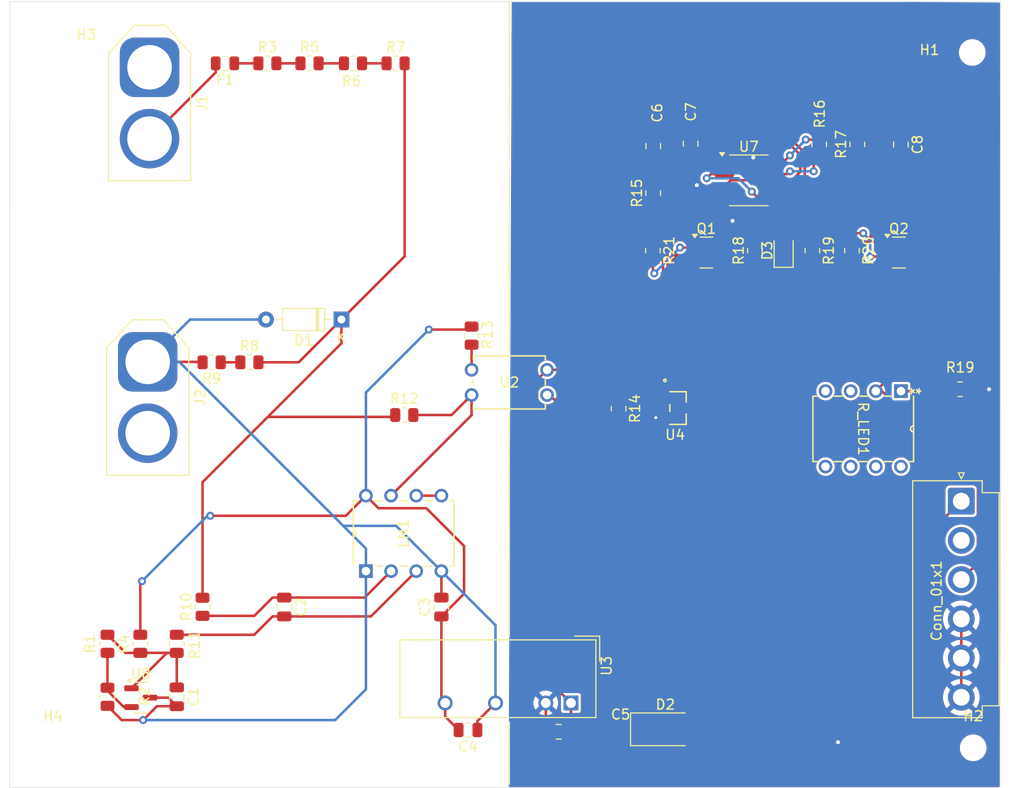
<source format=kicad_pcb>
(kicad_pcb (version 20240108) (generator "pcbnew") (generator_version "8.0")
  (layers (0 "F.Cu" signal) (31 "B.Cu" signal) (34 "B.Paste" user) (35 "F.Paste" user) (36 "B.SilkS" user "B.Silkscreen") (37 "F.SilkS" user "F.Silkscreen") (38 "B.Mask" user) (39 "F.Mask" user) (44 "Edge.Cuts" user))
  (net 0 "")
  (net 1 "/Vref")
  (net 2 "GND")
  (net 3 "Net-(LM1-+)")
  (net 4 "Net-(LM1--)")
  (net 5 "+12V")
  (net 6 "GLV-")
  (net 7 "VCC")
  (net 8 "Net-(U7-CV)")
  (net 9 "Net-(U7-THR)")
  (net 11 "/RED+")
  (net 12 "GLV+")
  (net 13 "/Vin")
  (net 14 "Net-(F1-Pad1)")
  (net 15 "Net-(J1-Pin_2)")
  (net 18 "Net-(LM1-Pad7)")
  (net 19 "Net-(LM1-BAL)")
  (net 20 "Net-(R3-Pad2)")
  (net 21 "Net-(R5-Pad2)")
  (net 22 "Net-(R6-Pad1)")
  (net 23 "Net-(R8-Pad1)")
  (net 24 "Net-(R13-Pad2)")
  (net 25 "Net-(U4-G)")
  (net 26 "Net-(U4-D)")
  (net 27 "Net-(U7-DIS)")
  (net 28 "Net-(R_LED1-K)")
  (net 29 "Net-(D3-K)")
  (net 30 "Net-(U7-Q)")
  (net 31 "Net-(U8-REF)")
  (net 32 "Net-(Q1-B)")
  (net 33 "Net-(Q1-C)")
  (footprint "Capacitor_SMD:C_0805_2012Metric" (layer "F.Cu") (at 53.752 85.9845 -90)
    (property "Reference" "C2" (at 0 -1.68 90) (layer "F.SilkS"))
    (property "Value" "10n")
    (pad "1" smd roundrect (at -0.95 0 270) (size 1 1.45) (layers "F.Cu" "F.Paste" "F.Mask") (net 3 "Net-(LM1-+)"))
    (pad "2" smd roundrect (at 0.95 0 270) (size 1 1.45) (layers "F.Cu" "F.Paste" "F.Mask") (net 4 "Net-(LM1--)"))
  )
  (footprint "Resistor_SMD:R_0805_2012Metric" (layer "F.Cu") (at 46.4165 61.281 180)
    (property "Reference" "R9" (at 0 -1.65 0) (layer "F.SilkS"))
    (property "Value" "1k")
    (pad "1" smd roundrect (at -0.9125 0 180) (size 1.025 1.4) (layers "F.Cu" "F.Paste" "F.Mask") (roundrect_rratio 0.243902) (net 23 "Net-(R8-Pad1)"))
    (pad "2" smd roundrect (at 0.9125 0 180) (size 1.025 1.4) (layers "F.Cu" "F.Paste" "F.Mask") (roundrect_rratio 0.243902) (net 2 "GND"))
  )
  (footprint "Resistor_SMD:R_0805_2012Metric" (layer "F.Cu") (at 35.9 89.7 -90)
    (property "Reference" "R1" (at 0 1.778 90) (layer "F.SilkS"))
    (property "Value" "2k")
    (pad "1" smd roundrect (at -0.9125 0 270) (size 1.025 1.4) (layers "F.Cu" "F.Paste" "F.Mask") (roundrect_rratio 0.243902) (net 1 "/Vref"))
    (pad "2" smd roundrect (at 0.9125 0 270) (size 1.025 1.4) (layers "F.Cu" "F.Paste" "F.Mask") (roundrect_rratio 0.243902) (net 31 "Net-(U8-REF)"))
  )
  (footprint "Connector_AMASS:AMASS_XT60-M_1x02_P7.20mm_Vertical" (layer "F.Cu") (at 40.15 31.5 -90)
    (property "Reference" "J1" (at 3.6 -5.3 90) (layer "F.SilkS"))
    (property "Value" "Conn_01x02_Pin")
    (pad "1" thru_hole roundrect (at 0 0 270) (size 6 6) (drill 4.5) (layers "*.Cu" "*.Mask"))
    (pad "2" thru_hole circle (at 7.2 0 270) (size 6 6) (drill 4.5) (layers "*.Cu" "*.Mask") (net 15 "Net-(J1-Pin_2)"))
  )
  (footprint "Resistor_SMD:R_0805_2012Metric" (layer "F.Cu") (at 50.2265 61.281)
    (property "Reference" "R8" (at 0 -1.65 0) (layer "F.SilkS"))
    (property "Value" "25k")
    (pad "1" smd roundrect (at -0.9125 0) (size 1.025 1.4) (layers "F.Cu" "F.Paste" "F.Mask") (roundrect_rratio 0.243902) (net 23 "Net-(R8-Pad1)"))
    (pad "2" smd roundrect (at 0.9125 0) (size 1.025 1.4) (layers "F.Cu" "F.Paste" "F.Mask") (roundrect_rratio 0.243902) (net 13 "/Vin"))
  )
  (footprint "Resistor_SMD:R_0805_2012Metric" (layer "F.Cu") (at 91 44.2 90)
    (property "Reference" "R15" (at 0 -1.65 90) (layer "F.SilkS"))
    (property "Value" "22k")
    (pad "1" smd roundrect (at -0.9125 0 90) (size 1.025 1.4) (layers "F.Cu" "F.Paste" "F.Mask") (roundrect_rratio 0.243902) (net 26 "Net-(U4-D)"))
    (pad "2" smd roundrect (at 0.9125 0 90) (size 1.025 1.4) (layers "F.Cu" "F.Paste" "F.Mask") (roundrect_rratio 0.243902) (net 7 "VCC"))
  )
  (footprint "Resistor_SMD:R_0805_2012Metric" (layer "F.Cu") (at 90.9625 50.005 -90)
    (property "Reference" "R21" (at 0 -1.65 90) (layer "F.SilkS"))
    (property "Value" "1k")
    (pad "1" smd roundrect (at -0.9125 0 270) (size 1.025 1.4) (layers "F.Cu" "F.Paste" "F.Mask") (roundrect_rratio 0.243902) (net 30 "Net-(U7-Q)"))
    (pad "2" smd roundrect (at 0.9125 0 270) (size 1.025 1.4) (layers "F.Cu" "F.Paste" "F.Mask") (roundrect_rratio 0.243902) (net 32 "Net-(Q1-B)"))
  )
  (footprint "Capacitor_SMD:C_0805_2012Metric" (layer "F.Cu") (at 81.454 98.5825)
    (property "Reference" "C5" (at 6.25 -1.75 0) (layer "F.SilkS"))
    (property "Value" "2.2uF")
    (pad "1" smd roundrect (at -0.95 0) (size 1 1.45) (layers "F.Cu" "F.Paste" "F.Mask") (net 6 "GLV-"))
    (pad "2" smd roundrect (at 0.95 0) (size 1 1.45) (layers "F.Cu" "F.Paste" "F.Mask") (net 7 "VCC"))
  )
  (footprint "Resistor_SMD:R_0805_2012Metric" (layer "F.Cu") (at 101.2625 50.005 90)
    (property "Reference" "R18" (at 0 -1.65 90) (layer "F.SilkS"))
    (property "Value" "1k")
    (pad "1" smd roundrect (at -0.9125 0 90) (size 1.025 1.4) (layers "F.Cu" "F.Paste" "F.Mask") (roundrect_rratio 0.243902) (net 33 "Net-(Q1-C)"))
    (pad "2" smd roundrect (at 0.9125 0 90) (size 1.025 1.4) (layers "F.Cu" "F.Paste" "F.Mask") (roundrect_rratio 0.243902) (net 29 "Net-(D3-K)"))
  )
  (footprint "Package_TO_SOT_SMD:SOT-23" (layer "F.Cu") (at 115.8 50.2)
    (property "Reference" "Q2" (at 0 -2.4 0) (layer "F.SilkS"))
    (property "Value" "AO3401A")
    (pad "1" smd roundrect (at -0.9375 -0.95) (size 1.475 0.6) (layers "F.Cu" "F.Paste" "F.Mask") (net 33 "Net-(Q1-C)"))
    (pad "2" smd roundrect (at -0.9375 0.95) (size 1.475 0.6) (layers "F.Cu" "F.Paste" "F.Mask") (net 7 "VCC"))
    (pad "3" smd roundrect (at 0.9375 0) (size 1.475 0.6) (layers "F.Cu" "F.Paste" "F.Mask") (net 11 "/RED+"))
  )
  (footprint "Resistor_SMD:R_0805_2012Metric" (layer "F.Cu") (at 60.6875 31.1 180)
    (property "Reference" "R6" (at 0.1505 -1.822 0) (layer "F.SilkS"))
    (property "Value" "249k")
    (pad "1" smd roundrect (at -0.9125 0 180) (size 1.025 1.4) (layers "F.Cu" "F.Paste" "F.Mask") (roundrect_rratio 0.243902) (net 22 "Net-(R6-Pad1)"))
    (pad "2" smd roundrect (at 0.9125 0 180) (size 1.025 1.4) (layers "F.Cu" "F.Paste" "F.Mask") (roundrect_rratio 0.243902) (net 21 "Net-(R5-Pad2)"))
  )
  (footprint "Resistor_SMD:R_0805_2012Metric" (layer "F.Cu") (at 107.7495 39.28 90)
    (property "Reference" "R16" (at 3.08 0.0505 90) (layer "F.SilkS"))
    (property "Value" "22k")
    (pad "1" smd roundrect (at -0.9125 0 90) (size 1.025 1.4) (layers "F.Cu" "F.Paste" "F.Mask") (roundrect_rratio 0.243902) (net 27 "Net-(U7-DIS)"))
    (pad "2" smd roundrect (at 0.9125 0 90) (size 1.025 1.4) (layers "F.Cu" "F.Paste" "F.Mask") (roundrect_rratio 0.243902) (net 7 "VCC"))
  )
  (footprint "Resistor_SMD:R_0805_2012Metric" (layer "F.Cu") (at 87.508 65.956 -90)
    (property "Reference" "R14" (at 0 -1.65 90) (layer "F.SilkS"))
    (property "Value" "10k")
    (pad "1" smd roundrect (at -0.9125 0 270) (size 1.025 1.4) (layers "F.Cu" "F.Paste" "F.Mask") (roundrect_rratio 0.243902) (net 25 "Net-(U4-G)"))
    (pad "2" smd roundrect (at 0.9125 0 270) (size 1.025 1.4) (layers "F.Cu" "F.Paste" "F.Mask") (roundrect_rratio 0.243902) (net 6 "GLV-"))
  )
  (footprint "Capacitor_SMD:C_0805_2012Metric" (layer "F.Cu") (at 116 39.3 -90)
    (property "Reference" "C8" (at 0 -1.68 90) (layer "F.SilkS"))
    (property "Value" "1u")
    (pad "1" smd roundrect (at -0.95 0 270) (size 1 1.45) (layers "F.Cu" "F.Paste" "F.Mask") (net 6 "GLV-"))
    (pad "2" smd roundrect (at 0.95 0 270) (size 1 1.45) (layers "F.Cu" "F.Paste" "F.Mask") (net 9 "Net-(U7-THR)"))
  )
  (footprint "Final Project:P8" (layer "F.Cu") (at 108.39 71.81 -90)
    (property "Reference" "R_LED1" (at -3.81 -3.81 -90) (layer "F.SilkS"))
    (property "Value" "VHI")
    (fp_text user "*" (at -7.62 -9.0678 90) (layer "F.SilkS"))
    (fp_text user "*" (at -7.62 -9.0678 -90) (layer "F.SilkS"))
    (pad "1" thru_hole rect (at -7.62 -7.62 270) (size 1.3716 1.3716) (drill 0.8636) (layers "*.Cu" "*.Mask") (net 28 "Net-(R_LED1-K)"))
    (pad "2" thru_hole circle (at -7.62 -5.08 270) (size 1.3716 1.3716) (drill 0.8636) (layers "*.Cu" "*.Mask") (net 11 "/RED+"))
    (pad "3" thru_hole circle (at -7.62 -2.54 270) (size 1.3716 1.3716) (drill 0.8636) (layers "*.Cu" "*.Mask"))
    (pad "4" thru_hole circle (at -7.62 0 270) (size 1.3716 1.3716) (drill 0.8636) (layers "*.Cu" "*.Mask"))
    (pad "5" thru_hole circle (at 0 0 270) (size 1.3716 1.3716) (drill 0.8636) (layers "*.Cu" "*.Mask"))
    (pad "6" thru_hole circle (at 0 -2.54 270) (size 1.3716 1.3716) (drill 0.8636) (layers "*.Cu" "*.Mask"))
    (pad "7" thru_hole circle (at 0 -5.08 270) (size 1.3716 1.3716) (drill 0.8636) (layers "*.Cu" "*.Mask"))
    (pad "8" thru_hole circle (at 0 -7.62 270) (size 1.3716 1.3716) (drill 0.8636) (layers "*.Cu" "*.Mask"))
  )
  (footprint "Capacitor_SMD:C_0805_2012Metric" (layer "F.Cu") (at 94.7735 39.2125 90)
    (property "Reference" "C7" (at 3.2125 0.0265 90) (layer "F.SilkS"))
    (property "Value" "100n")
    (pad "1" smd roundrect (at -0.95 0 90) (size 1 1.45) (layers "F.Cu" "F.Paste" "F.Mask") (net 6 "GLV-"))
    (pad "2" smd roundrect (at 0.95 0 90) (size 1 1.45) (layers "F.Cu" "F.Paste" "F.Mask") (net 8 "Net-(U7-CV)"))
  )
  (footprint "Converter_DCDC:Converter_DCDC_TRACO_TBA2-xxxx_Single_THT" (layer "F.Cu") (at 82.6915 95.675 -90)
    (property "Reference" "U3" (at -3.75 -3.6 90) (layer "F.SilkS"))
    (property "Value" "B1212")
    (pad "1" thru_hole rect (at 0 0 270) (size 1.5 1.5) (drill 1) (layers "*.Cu" "*.Mask") (net 7 "VCC"))
    (pad "2" thru_hole circle (at 0 2.54 270) (size 1.5 1.5) (drill 1) (layers "*.Cu" "*.Mask") (net 6 "GLV-"))
    (pad "4" thru_hole circle (at 0 7.62 270) (size 1.5 1.5) (drill 1) (layers "*.Cu" "*.Mask") (net 2 "GND"))
    (pad "6" thru_hole circle (at 0 12.7 270) (size 1.5 1.5) (drill 1) (layers "*.Cu" "*.Mask") (net 5 "+12V"))
  )
  (footprint "Capacitor_SMD:C_0805_2012Metric" (layer "F.Cu") (at 69.612 85.9845 90)
    (property "Reference" "C3" (at 0 -1.68 90) (layer "F.SilkS"))
    (property "Value" "100n")
    (pad "1" smd roundrect (at -0.95 0 90) (size 1 1.45) (layers "F.Cu" "F.Paste" "F.Mask") (net 5 "+12V"))
    (pad "2" smd roundrect (at 0.95 0 90) (size 1 1.45) (layers "F.Cu" "F.Paste" "F.Mask") (net 2 "GND"))
  )
  (footprint "LED_SMD:LED_0805_2012Metric" (layer "F.Cu") (at 104.1625 50.005 90)
    (property "Reference" "D3" (at 0 -1.65 90) (layer "F.SilkS"))
    (property "Value" "LED")
    (pad "1" smd roundrect (at -0.9375 0 90) (size 0.975 1.4) (layers "F.Cu" "F.Paste" "F.Mask") (net 29 "Net-(D3-K)"))
    (pad "2" smd roundrect (at 0.9375 0 90) (size 0.975 1.4) (layers "F.Cu" "F.Paste" "F.Mask") (net 7 "VCC"))
  )
  (footprint "Fuse:Fuse_0805_2012Metric" (layer "F.Cu") (at 47.7625 31.1 180)
    (property "Reference" "F1" (at 0 -1.65 0) (layer "F.SilkS"))
    (property "Value" "Fuse")
    (pad "1" smd roundrect (at -0.9375 0 180) (size 0.975 1.4) (layers "F.Cu" "F.Paste" "F.Mask") (net 14 "Net-(F1-Pad1)"))
    (pad "2" smd roundrect (at 0.9375 0 180) (size 0.975 1.4) (layers "F.Cu" "F.Paste" "F.Mask") (net 15 "Net-(J1-Pin_2)"))
  )
  (footprint "Resistor_SMD:R_0805_2012Metric" (layer "F.Cu") (at 72.66 58.59 -90)
    (property "Reference" "R13" (at -0.0955 -1.604 90) (layer "F.SilkS"))
    (property "Value" "2k2")
    (pad "1" smd roundrect (at -0.9125 0 270) (size 1.025 1.4) (layers "F.Cu" "F.Paste" "F.Mask") (roundrect_rratio 0.243902) (net 5 "+12V"))
    (pad "2" smd roundrect (at 0.9125 0 270) (size 1.025 1.4) (layers "F.Cu" "F.Paste" "F.Mask") (roundrect_rratio 0.243902) (net 24 "Net-(R13-Pad2)"))
  )
  (footprint "Resistor_SMD:R_0805_2012Metric" (layer "F.Cu") (at 111.6 39.28 90)
    (property "Reference" "R17" (at 0 -1.65 90) (layer "F.SilkS"))
    (property "Value" "220k")
    (pad "1" smd roundrect (at -0.9125 0 90) (size 1.025 1.4) (layers "F.Cu" "F.Paste" "F.Mask") (roundrect_rratio 0.243902) (net 9 "Net-(U7-THR)"))
    (pad "2" smd roundrect (at 0.9125 0 90) (size 1.025 1.4) (layers "F.Cu" "F.Paste" "F.Mask") (roundrect_rratio 0.243902) (net 27 "Net-(U7-DIS)"))
  )
  (footprint "Resistor_SMD:R_0805_2012Metric" (layer "F.Cu") (at 107.0625 50.005 -90)
    (property "Reference" "R19" (at 0 -1.65 90) (layer "F.SilkS"))
    (property "Value" "1k")
    (pad "1" smd roundrect (at -0.9125 0 270) (size 1.025 1.4) (layers "F.Cu" "F.Paste" "F.Mask") (roundrect_rratio 0.243902) (net 7 "VCC"))
    (pad "2" smd roundrect (at 0.9125 0 270) (size 1.025 1.4) (layers "F.Cu" "F.Paste" "F.Mask") (roundrect_rratio 0.243902) (net 33 "Net-(Q1-C)"))
  )
  (footprint "Resistor_SMD:R_0805_2012Metric" (layer "F.Cu") (at 35.9 95.05 -90)
    (property "Reference" "R2" (at -0.049 -3.726 90) (layer "F.SilkS"))
    (property "Value" "10k")
    (pad "1" smd roundrect (at -0.9125 0 270) (size 1.025 1.4) (layers "F.Cu" "F.Paste" "F.Mask") (roundrect_rratio 0.243902) (net 31 "Net-(U8-REF)"))
    (pad "2" smd roundrect (at 0.9125 0 270) (size 1.025 1.4) (layers "F.Cu" "F.Paste" "F.Mask") (roundrect_rratio 0.243902) (net 2 "GND"))
  )
  (footprint "Resistor_SMD:R_0805_2012Metric" (layer "F.Cu") (at 111.0625 50.005 -90)
    (property "Reference" "R20" (at 0 -1.65 90) (layer "F.SilkS"))
    (property "Value" "100k")
    (pad "1" smd roundrect (at -0.9125 0 270) (size 1.025 1.4) (layers "F.Cu" "F.Paste" "F.Mask") (roundrect_rratio 0.243902) (net 33 "Net-(Q1-C)"))
    (pad "2" smd roundrect (at 0.9125 0 270) (size 1.025 1.4) (layers "F.Cu" "F.Paste" "F.Mask") (roundrect_rratio 0.243902) (net 6 "GLV-"))
  )
  (footprint "Connector_JST:JST_VH_B6P-VH_1x06_P3.96mm_Vertical" (layer "F.Cu") (at 122.1 75.3 -90)
    (property "Reference" "Conn_01x1" (at 10.06 2.5 90) (layer "F.SilkS"))
    (property "Value" "Conn_01x06")
    (pad "1" thru_hole roundrect (at 0 0 270) (size 2.7 2.7) (drill 1.7) (layers "*.Cu" "*.Mask") (roundrect_rratio 0.092593) (net 12 "GLV+"))
    (pad "2" thru_hole circle (at 3.96 0 270) (size 2.7 2.7) (drill 1.7) (layers "*.Cu" "*.Mask"))
    (pad "3" thru_hole circle (at 7.92 0 270) (size 2.7 2.7) (drill 1.7) (layers "*.Cu" "*.Mask") (net 11 "/RED+"))
    (pad "4" thru_hole circle (at 11.88 0 270) (size 2.7 2.7) (drill 1.7) (layers "*.Cu" "*.Mask") (net 6 "GLV-"))
    (pad "5" thru_hole circle (at 15.84 0 270) (size 2.7 2.7) (drill 1.7) (layers "*.Cu" "*.Mask") (net 6 "GLV-"))
    (pad "6" thru_hole circle (at 19.8 0 270) (size 2.7 2.7) (drill 1.7) (layers "*.Cu" "*.Mask") (net 6 "GLV-"))
  )
  (footprint "Resistor_SMD:R_0805_2012Metric" (layer "F.Cu") (at 64.9875 31.1)
    (property "Reference" "R7" (at 0 -1.65 0) (layer "F.SilkS"))
    (property "Value" "249k")
    (pad "1" smd roundrect (at -0.9125 0) (size 1.025 1.4) (layers "F.Cu" "F.Paste" "F.Mask") (roundrect_rratio 0.243902) (net 22 "Net-(R6-Pad1)"))
    (pad "2" smd roundrect (at 0.9125 0) (size 1.025 1.4) (layers "F.Cu" "F.Paste" "F.Mask") (roundrect_rratio 0.243902) (net 13 "/Vin"))
  )
  (footprint "Resistor_SMD:R_0805_2012Metric" (layer "F.Cu") (at 42.9 89.7 -90)
    (property "Reference" "R11" (at 0.1045 -1.804 90) (layer "F.SilkS"))
    (property "Value" "100")
    (pad "1" smd roundrect (at -0.9125 0 270) (size 1.025 1.4) (layers "F.Cu" "F.Paste" "F.Mask") (roundrect_rratio 0.243902) (net 4 "Net-(LM1--)"))
    (pad "2" smd roundrect (at 0.9125 0 270) (size 1.025 1.4) (layers "F.Cu" "F.Paste" "F.Mask") (roundrect_rratio 0.243902) (net 1 "/Vref"))
  )
  (footprint "Final Project:LTV-814" (layer "F.Cu") (at 72.66 62.0425)
    (property "Reference" "U2" (at 3.81 1.27 0) (layer "F.SilkS"))
    (property "Value" "LTV-817")
    (pad "1" thru_hole circle (at 0 0) (size 1.3716 1.3716) (drill 0.8636) (layers "*.Cu" "*.Mask") (net 24 "Net-(R13-Pad2)"))
    (pad "2" thru_hole circle (at 0 2.54) (size 1.3716 1.3716) (drill 0.8636) (layers "*.Cu" "*.Mask") (net 18 "Net-(LM1-Pad7)"))
    (pad "3" thru_hole circle (at 7.62 2.54) (size 1.3716 1.3716) (drill 0.8636) (layers "*.Cu" "*.Mask") (net 25 "Net-(U4-G)"))
    (pad "4" thru_hole circle (at 7.62 0) (size 1.3716 1.3716) (drill 0.8636) (layers "*.Cu" "*.Mask") (net 7 "VCC"))
  )
  (footprint "Connector_AMASS:AMASS_XT60-M_1x02_P7.20mm_Vertical" (layer "F.Cu") (at 39.963 61.237 -90)
    (property "Reference" "J2" (at 3.6 -5.3 90) (layer "F.SilkS"))
    (property "Value" "Conn_01x02_Pin")
    (pad "1" thru_hole roundrect (at 0 0 270) (size 6 6) (drill 4.5) (layers "*.Cu" "*.Mask") (net 2 "GND"))
    (pad "2" thru_hole circle (at 7.2 0 270) (size 6 6) (drill 4.5) (layers "*.Cu" "*.Mask"))
  )
  (footprint "Diode_SMD:D_SMA" (layer "F.Cu") (at 92.218 98.3325)
    (property "Reference" "D2" (at 0 -2.5 0) (layer "F.SilkS"))
    (property "Value" "D")
    (pad "1" smd roundrect (at -2 0) (size 2.5 1.8) (layers "F.Cu" "F.Paste" "F.Mask") (roundrect_rratio 0.1388888889) (net 7 "VCC"))
    (pad "2" smd roundrect (at 2 0) (size 2.5 1.8) (layers "F.Cu" "F.Paste" "F.Mask") (roundrect_rratio 0.1388888889) (net 12 "GLV+"))
  )
  (footprint "Resistor_SMD:R_0805_2012Metric" (layer "F.Cu") (at 121.9875 64)
    (property "Reference" "R19" (at 0 -2.2 0) (layer "F.SilkS"))
    (property "Value" "2k2")
    (pad "1" smd roundrect (at -0.9125 0) (size 1.025 1.4) (layers "F.Cu" "F.Paste" "F.Mask") (roundrect_rratio 0.243902) (net 28 "Net-(R_LED1-K)"))
    (pad "2" smd roundrect (at 0.9125 0) (size 1.025 1.4) (layers "F.Cu" "F.Paste" "F.Mask") (roundrect_rratio 0.243902) (net 6 "GLV-"))
  )
  (footprint "Package_TO_SOT_SMD:SOT-23" (layer "F.Cu") (at 96.3625 50.2)
    (property "Reference" "Q1" (at 0 -2.4 0) (layer "F.SilkS"))
    (property "Value" "MMBT3904")
    (pad "1" smd roundrect (at -0.9375 -0.95) (size 1.475 0.6) (layers "F.Cu" "F.Paste" "F.Mask") (net 32 "Net-(Q1-B)"))
    (pad "2" smd roundrect (at -0.9375 0.95) (size 1.475 0.6) (layers "F.Cu" "F.Paste" "F.Mask") (net 6 "GLV-"))
    (pad "3" smd roundrect (at 0.9375 0) (size 1.475 0.6) (layers "F.Cu" "F.Paste" "F.Mask") (net 33 "Net-(Q1-C)"))
  )
  (footprint "MountingHole:MountingHole_2.2mm_M2" (layer "F.Cu") (at 123.3 100.2)
    (property "Reference" "H2" (at 0 -3.2 0) (layer "F.SilkS"))
    (property "Value" "MountingHole")
    (pad "" np_thru_hole circle (at 0 0) (size 2.2 2.2) (drill 2.2) (layers "*.Cu" "*.Mask"))
  )
  (footprint "Final Project:LM311P" (layer "F.Cu") (at 69.612 74.7425 90)
    (property "Reference" "LM1" (at -3.81 -3.81 90) (layer "F.SilkS"))
    (property "Value" "LM311")
    (pad "1" thru_hole rect (at -7.62 -7.62 90) (size 1.3716 1.3716) (drill 0.8636) (layers "*.Cu" "*.Mask") (net 2 "GND"))
    (pad "2" thru_hole circle (at -7.62 -5.08 90) (size 1.3716 1.3716) (drill 0.8636) (layers "*.Cu" "*.Mask") (net 3 "Net-(LM1-+)"))
    (pad "3" thru_hole circle (at -7.62 -2.54 90) (size 1.3716 1.3716) (drill 0.8636) (layers "*.Cu" "*.Mask") (net 4 "Net-(LM1--)"))
    (pad "4" thru_hole circle (at -7.62 0 90) (size 1.3716 1.3716) (drill 0.8636) (layers "*.Cu" "*.Mask") (net 2 "GND"))
    (pad "5" thru_hole circle (at 0 0 90) (size 1.3716 1.3716) (drill 0.8636) (layers "*.Cu" "*.Mask") (net 19 "Net-(LM1-BAL)"))
    (pad "6" thru_hole circle (at 0 -2.54 90) (size 1.3716 1.3716) (drill 0.8636) (layers "*.Cu" "*.Mask") (net 19 "Net-(LM1-BAL)"))
    (pad "7" thru_hole circle (at 0 -5.08 90) (size 1.3716 1.3716) (drill 0.8636) (layers "*.Cu" "*.Mask") (net 18 "Net-(LM1-Pad7)"))
    (pad "8" thru_hole circle (at 0 -7.62 90) (size 1.3716 1.3716) (drill 0.8636) (layers "*.Cu" "*.Mask") (net 5 "+12V"))
  )
  (footprint "Resistor_SMD:R_0805_2012Metric" (layer "F.Cu") (at 52.044 31.1)
    (property "Reference" "R3" (at 0 -1.65 0) (layer "F.SilkS"))
    (property "Value" "249k")
    (pad "1" smd roundrect (at -0.9125 0) (size 1.025 1.4) (layers "F.Cu" "F.Paste" "F.Mask") (roundrect_rratio 0.243902) (net 14 "Net-(F1-Pad1)"))
    (pad "2" smd roundrect (at 0.9125 0) (size 1.025 1.4) (layers "F.Cu" "F.Paste" "F.Mask") (roundrect_rratio 0.243902) (net 20 "Net-(R3-Pad2)"))
  )
  (footprint "MountingHole:MountingHole_2.2mm_M2" (layer "F.Cu") (at 123.206 30)
    (property "Reference" "H1" (at -4.318 -0.254 0) (layer "F.SilkS"))
    (property "Value" "MountingHole")
    (pad "" np_thru_hole circle (at 0 0) (size 2.2 2.2) (drill 2.2) (layers "*.Cu" "*.Mask"))
  )
  (footprint "Resistor_SMD:R_0805_2012Metric" (layer "F.Cu") (at 45.5 85.9645 90)
    (property "Reference" "R10" (at 0 -1.65 90) (layer "F.SilkS"))
    (property "Value" "100")
    (pad "1" smd roundrect (at -0.9125 0 90) (size 1.025 1.4) (layers "F.Cu" "F.Paste" "F.Mask") (roundrect_rratio 0.243902) (net 3 "Net-(LM1-+)"))
    (pad "2" smd roundrect (at 0.9125 0 90) (size 1.025 1.4) (layers "F.Cu" "F.Paste" "F.Mask") (roundrect_rratio 0.243902) (net 13 "/Vin"))
  )
  (footprint "Resistor_SMD:R_0805_2012Metric" (layer "F.Cu") (at 56.3 31.1)
    (property "Reference" "R5" (at 0 -1.65 0) (layer "F.SilkS"))
    (property "Value" "249k")
    (pad "1" smd roundrect (at -0.9125 0) (size 1.025 1.4) (layers "F.Cu" "F.Paste" "F.Mask") (roundrect_rratio 0.243902) (net 20 "Net-(R3-Pad2)"))
    (pad "2" smd roundrect (at 0.9125 0) (size 1.025 1.4) (layers "F.Cu" "F.Paste" "F.Mask") (roundrect_rratio 0.243902) (net 21 "Net-(R5-Pad2)"))
  )
  (footprint "Capacitor_SMD:C_0805_2012Metric" (layer "F.Cu") (at 42.9 95.05 -90)
    (property "Reference" "C1" (at 0 -1.68 90) (layer "F.SilkS"))
    (property "Value" "0.1uF")
    (pad "1" smd roundrect (at -0.95 0 270) (size 1 1.45) (layers "F.Cu" "F.Paste" "F.Mask") (net 1 "/Vref"))
    (pad "2" smd roundrect (at 0.95 0 270) (size 1 1.45) (layers "F.Cu" "F.Paste" "F.Mask") (net 2 "GND"))
  )
  (footprint "MountingHole:MountingHole_2.2mm_M2" (layer "F.Cu") (at 30.2 30)
    (property "Reference" "H3" (at 3.556 -1.778 0) (layer "F.SilkS"))
    (property "Value" "MountingHole")
    (pad "" np_thru_hole circle (at 0 0) (size 2.2 2.2) (drill 2.2) (layers "*.Cu" "*.Mask"))
  )
  (footprint "Capacitor_SMD:C_0805_2012Metric" (layer "F.Cu") (at 72.3 98.4 180)
    (property "Reference" "C4" (at 0 -1.68 0) (layer "F.SilkS"))
    (property "Value" "1uF")
    (pad "1" smd roundrect (at -0.95 0 180) (size 1 1.45) (layers "F.Cu" "F.Paste" "F.Mask") (net 2 "GND"))
    (pad "2" smd roundrect (at 0.95 0 180) (size 1 1.45) (layers "F.Cu" "F.Paste" "F.Mask") (net 5 "+12V"))
  )
  (footprint "Resistor_SMD:R_0805_2012Metric" (layer "F.Cu") (at 39.216 89.7 90)
    (property "Reference" "R4" (at 0 -1.65 90) (layer "F.SilkS"))
    (property "Value" "2k2")
    (pad "1" smd roundrect (at -0.9125 0 90) (size 1.025 1.4) (layers "F.Cu" "F.Paste" "F.Mask") (roundrect_rratio 0.243902) (net 1 "/Vref"))
    (pad "2" smd roundrect (at 0.9125 0 90) (size 1.025 1.4) (layers "F.Cu" "F.Paste" "F.Mask") (roundrect_rratio 0.243902) (net 5 "+12V"))
  )
  (footprint "Package_SO:SOIC-8_3.9x4.9mm_P1.27mm" (layer "F.Cu") (at 100.6495 42.9125)
    (property "Reference" "U7" (at 0 -3.4 0) (layer "F.SilkS"))
    (property "Value" "NE555")
    (pad "1" smd roundrect (at -2.475 -1.905) (size 1.95 0.6) (layers "F.Cu" "F.Paste" "F.Mask") (net 6 "GLV-"))
    (pad "2" smd roundrect (at -2.475 -0.635) (size 1.95 0.6) (layers "F.Cu" "F.Paste" "F.Mask") (net 9 "Net-(U7-THR)"))
    (pad "3" smd roundrect (at -2.475 0.635) (size 1.95 0.6) (layers "F.Cu" "F.Paste" "F.Mask") (net 30 "Net-(U7-Q)"))
    (pad "4" smd roundrect (at -2.475 1.905) (size 1.95 0.6) (layers "F.Cu" "F.Paste" "F.Mask") (net 26 "Net-(U4-D)"))
    (pad "5" smd roundrect (at 2.475 1.905) (size 1.95 0.6) (layers "F.Cu" "F.Paste" "F.Mask") (net 8 "Net-(U7-CV)"))
    (pad "6" smd roundrect (at 2.475 0.635) (size 1.95 0.6) (layers "F.Cu" "F.Paste" "F.Mask") (net 9 "Net-(U7-THR)"))
    (pad "7" smd roundrect (at 2.475 -0.635) (size 1.95 0.6) (layers "F.Cu" "F.Paste" "F.Mask") (net 27 "Net-(U7-DIS)"))
    (pad "8" smd roundrect (at 2.475 -1.905) (size 1.95 0.6) (layers "F.Cu" "F.Paste" "F.Mask") (net 7 "VCC"))
  )
  (footprint "Final Project:SOT-23TO-236_318-08_ONS" (layer "F.Cu") (at 93.5 65.9 -90)
    (property "Reference" "U4" (at 2.7025 0.2914 0) (layer "F.SilkS"))
    (property "Value" "2N7002")
    (pad "1" smd rect (at -0.9525 1.0414 270) (size 0.5588 1.27) (layers "F.Cu" "F.Paste" "F.Mask") (net 25 "Net-(U4-G)"))
    (pad "2" smd rect (at 0.9525 1.0414 270) (size 0.5588 1.27) (layers "F.Cu" "F.Paste" "F.Mask") (net 6 "GLV-"))
    (pad "3" smd rect (at 0 -1.0414 270) (size 0.5588 1.27) (layers "F.Cu" "F.Paste" "F.Mask") (net 26 "Net-(U4-D)"))
  )
  (footprint "MountingHole:MountingHole_2.2mm_M2" (layer "F.Cu") (at 30.4 100.2)
    (property "Reference" "H4" (at 0 -3.2 0) (layer "F.SilkS"))
    (property "Value" "MountingHole")
    (pad "" np_thru_hole circle (at 0 0) (size 2.2 2.2) (drill 2.2) (layers "*.Cu" "*.Mask"))
  )
  (footprint "Diode_THT:D_DO-35_SOD27_P7.62mm_Horizontal" (layer "F.Cu") (at 59.521 56.963 180)
    (property "Reference" "D1" (at 3.81 -2.12 0) (layer "F.SilkS"))
    (property "Value" "12V")
    (fp_text user "K" (at 0 -1.8 0) (layer "F.SilkS"))
    (pad "1" thru_hole rect (at 0 0 180) (size 1.6 1.6) (drill 0.8) (layers "*.Cu" "*.Mask") (net 13 "/Vin"))
    (pad "2" thru_hole oval (at 7.62 0 180) (size 1.6 1.6) (drill 0.8) (layers "*.Cu" "*.Mask") (net 2 "GND"))
  )
  (footprint "Resistor_SMD:R_0805_2012Metric" (layer "F.Cu") (at 65.8645 66.6025)
    (property "Reference" "R12" (at 0 -1.65 0) (layer "F.SilkS"))
    (property "Value" "1M")
    (pad "1" smd roundrect (at -0.9125 0) (size 1.025 1.4) (layers "F.Cu" "F.Paste" "F.Mask") (roundrect_rratio 0.243902) (net 13 "/Vin"))
    (pad "2" smd roundrect (at 0.9125 0) (size 1.025 1.4) (layers "F.Cu" "F.Paste" "F.Mask") (roundrect_rratio 0.243902) (net 18 "Net-(LM1-Pad7)"))
  )
  (footprint "Package_TO_SOT_SMD:SOT-23" (layer "F.Cu") (at 39.2625 95.1375)
    (property "Reference" "U8" (at 0 -2.4 0) (layer "F.SilkS"))
    (property "Value" "TL431DBZ")
    (pad "1" smd roundrect (at -0.9375 -0.95) (size 1.475 0.6) (layers "F.Cu" "F.Paste" "F.Mask") (net 1 "/Vref"))
    (pad "2" smd roundrect (at -0.9375 0.95) (size 1.475 0.6) (layers "F.Cu" "F.Paste" "F.Mask") (net 31 "Net-(U8-REF)"))
    (pad "3" smd roundrect (at 0.9375 0) (size 1.475 0.6) (layers "F.Cu" "F.Paste" "F.Mask") (net 2 "GND"))
  )
  (footprint "Capacitor_SMD:C_0805_2012Metric" (layer "F.Cu") (at 91 39.45 90)
    (property "Reference" "C6" (at 3.35 0.4 90) (layer "F.SilkS"))
    (property "Value" "100n")
    (pad "1" smd roundrect (at -0.95 0 90) (size 1 1.45) (layers "F.Cu" "F.Paste" "F.Mask") (net 6 "GLV-"))
    (pad "2" smd roundrect (at 0.95 0 90) (size 1 1.45) (layers "F.Cu" "F.Paste" "F.Mask") (net 7 "VCC"))
  )
  (gr_line (start 76.47 66.3605) (end 76.47 88.9665) (stroke (width 0.12)) (layer "F.SilkS"))
  (gr_line (start 76.47 97.6025) (end 76.47 103.9) (stroke (width 0.12)) (layer "F.SilkS"))
  (gr_line (start 76.47 24.9585) (end 76.47 60.2645) (stroke (width 0.12)) (layer "F.SilkS"))
  (gr_line (start 26 104.2) (end 26.06 24.8785) (stroke (width 0.05)) (layer "Edge.Cuts"))
  (gr_line (start 26.06 24.8785) (end 126.06 24.8785) (stroke (width 0.05)) (layer "Edge.Cuts"))
  (gr_line (start 126 104.2) (end 26 104.2) (stroke (width 0.05)) (layer "Edge.Cuts"))
  (gr_line (start 126.06 24.8785) (end 126 104.2) (stroke (width 0.05)) (layer "Edge.Cuts"))
  (segment (start 39.216 90.6125) (end 42.2 90.6125) (width 0.254) (layer "F.Cu") (net 1))
  (segment (start 38.325 94.1875) (end 41.9 90.6125) (width 0.254) (layer "F.Cu") (net 1))
  (segment (start 37.725 90.6125) (end 35.9 88.7875) (width 0.254) (layer "F.Cu") (net 1))
  (segment (start 42.2 90.6125) (end 42.9 90.6125) (width 0.254) (layer "F.Cu") (net 1))
  (segment (start 41.9 90.6125) (end 42.2 90.6125) (width 0.254) (layer "F.Cu") (net 1))
  (segment (start 39.216 90.6125) (end 37.725 90.6125) (width 0.254) (layer "F.Cu") (net 1))
  (segment (start 43.1 93.9) (end 42.9 94.1) (width 0.254) (layer "F.Cu") (net 1))
  (segment (start 42.9 90.6125) (end 42.9 94.1) (width 0.254) (layer "F.Cu") (net 1))
  (segment (start 40.2 95.1375) (end 42.0375 95.1375) (width 0.254) (layer "F.Cu") (net 2))
  (segment (start 69.612 82.3625) (end 69.802 82.5525) (width 0.254) (layer "F.Cu") (net 2))
  (segment (start 40.9 96) (end 42.9 96) (width 0.254) (layer "F.Cu") (net 2))
  (segment (start 45.46 61.237) (end 45.504 61.281) (width 0.254) (layer "F.Cu") (net 2))
  (segment (start 42.0375 95.1375) (end 42.9 96) (width 0.254) (layer "F.Cu") (net 2))
  (segment (start 39.963 61.237) (end 45.46 61.237) (width 0.254) (layer "F.Cu") (net 2))
  (segment (start 73.25 97.4965) (end 75.0715 95.675) (width 0.254) (layer "F.Cu") (net 2))
  (segment (start 37.3375 97.4) (end 39.5 97.4) (width 0.254) (layer "F.Cu") (net 2))
  (segment (start 73.25 98.4) (end 73.25 97.4965) (width 0.254) (layer "F.Cu") (net 2))
  (segment (start 39.5 97.4) (end 40.9 96) (width 0.254) (layer "F.Cu") (net 2))
  (segment (start 69.612 85.0345) (end 69.612 82.3625) (width 0.254) (layer "F.Cu") (net 2))
  (segment (start 35.9 95.9625) (end 37.3375 97.4) (width 0.254) (layer "F.Cu") (net 2))
  (segment (start 69.672 84.9745) (end 69.612 85.0345) (width 0.254) (layer "F.Cu") (net 2))
  (via (at 39.5 97.4) (size 0.8) (drill 0.4) (layers "F.Cu" "B.Cu") (net 2))
  (segment (start 59.706 77.7905) (end 65.04 77.7905) (width 0.254) (layer "B.Cu") (net 2))
  (segment (start 58.8925 97.4) (end 61.992 94.3005) (width 0.254) (layer "B.Cu") (net 2))
  (segment (start 75.0715 87.822) (end 75.0715 95.675) (width 0.254) (layer "B.Cu") (net 2))
  (segment (start 59.706 77.7905) (end 59.75775 77.84225) (width 0.254) (layer "B.Cu") (net 2))
  (segment (start 44.237 56.963) (end 39.963 61.237) (width 0.254) (layer "B.Cu") (net 2))
  (segment (start 43.1525 61.237) (end 59.75775 77.84225) (width 0.254) (layer "B.Cu") (net 2))
  (segment (start 61.992 94.3005) (end 61.992 82.3625) (width 0.254) (layer "B.Cu") (net 2))
  (segment (start 65.04 77.7905) (end 69.612 82.3625) (width 0.254) (layer "B.Cu") (net 2))
  (segment (start 51.901 56.963) (end 44.237 56.963) (width 0.254) (layer "B.Cu") (net 2))
  (segment (start 59.75775 77.84225) (end 61.992 80.0765) (width 0.254) (layer "B.Cu") (net 2))
  (segment (start 39.963 61.237) (end 39.963 61.535) (width 0.254) (layer "B.Cu") (net 2))
  (segment (start 39.5 97.4) (end 58.8925 97.4) (width 0.254) (layer "B.Cu") (net 2))
  (segment (start 61.992 80.0765) (end 61.992 82.3625) (width 0.254) (layer "B.Cu") (net 2))
  (segment (start 39.963 61.237) (end 43.1525 61.237) (width 0.254) (layer "B.Cu") (net 2))
  (segment (start 69.612 82.3625) (end 75.0715 87.822) (width 0.254) (layer "B.Cu") (net 2))
  (segment (start 52.57 85.0345) (end 53.752 85.0345) (width 0.254) (layer "F.Cu") (net 3))
  (segment (start 64.532 82.3625) (end 61.86 85.0345) (width 0.254) (layer "F.Cu") (net 3))
  (segment (start 50.7275 86.877) (end 52.57 85.0345) (width 0.254) (layer "F.Cu") (net 3))
  (segment (start 61.86 85.0345) (end 53.752 85.0345) (width 0.254) (layer "F.Cu") (net 3))
  (segment (start 45.5 86.877) (end 50.7275 86.877) (width 0.254) (layer "F.Cu") (net 3))
  (segment (start 52.57 86.9345) (end 53.752 86.9345) (width 0.254) (layer "F.Cu") (net 4))
  (segment (start 53.752 86.9345) (end 62.5 86.9345) (width 0.254) (layer "F.Cu") (net 4))
  (segment (start 50.717 88.7875) (end 52.57 86.9345) (width 0.254) (layer "F.Cu") (net 4))
  (segment (start 62.5 86.9345) (end 67.072 82.3625) (width 0.254) (layer "F.Cu") (net 4))
  (segment (start 42.9 88.7875) (end 50.717 88.7875) (width 0.254) (layer "F.Cu") (net 4))
  (segment (start 68.088 76.0125) (end 63.262 76.0125) (width 0.254) (layer "F.Cu") (net 5))
  (segment (start 69.612 86.9345) (end 71.898 84.6485) (width 0.254) (layer "F.Cu") (net 5))
  (segment (start 69.612 86.9345) (end 69.612 95.2955) (width 0.254) (layer "F.Cu") (net 5))
  (segment (start 63.262 76.0125) (end 61.992 74.7425) (width 0.254) (layer "F.Cu") (net 5))
  (segment (start 71.2875 98.3375) (end 71.35 98.4) (width 0.254) (layer "F.Cu") (net 5))
  (segment (start 71.898 79.8225) (end 68.088 76.0125) (width 0.254) (layer "F.Cu") (net 5))
  (segment (start 69.9915 97.0415) (end 71.35 98.4) (width 0.254) (layer "F.Cu") (net 5))
  (segment (start 69.612 95.2955) (end 69.9915 95.675) (width 0.254) (layer "F.Cu") (net 5))
  (segment (start 69.9915 95.675) (end 69.9915 97.0415) (width 0.254) (layer "F.Cu") (net 5))
  (segment (start 46.279 76.7745) (end 46.133 76.7745) (width 0.254) (layer "F.Cu") (net 5))
  (segment (start 59.96 76.7745) (end 61.992 74.7425) (width 0.254) (layer "F.Cu") (net 5))
  (segment (start 39.386 83.3785) (end 39.216 83.5485) (width 0.254) (layer "F.Cu") (net 5))
  (segment (start 46.279 76.7745) (end 59.96 76.7745) (width 0.254) (layer "F.Cu") (net 5))
  (segment (start 72.359 57.9785) (end 72.66 57.6775) (width 0.254) (layer "F.Cu") (net 5))
  (segment (start 68.342 57.9785) (end 72.359 57.9785) (width 0.254) (layer "F.Cu") (net 5))
  (segment (start 71.898 84.6485) (end 71.898 79.8225) (width 0.254) (layer "F.Cu") (net 5))
  (segment (start 39.216 83.5485) (end 39.216 88.7875) (width 0.254) (layer "F.Cu") (net 5))
  (via (at 46.279 76.7745) (size 0.8) (drill 0.4) (layers "F.Cu" "B.Cu") (net 5))
  (via (at 68.342 57.9785) (size 0.8) (drill 0.4) (layers "F.Cu" "B.Cu") (net 5))
  (via (at 39.386 83.3785) (size 0.8) (drill 0.4) (layers "F.Cu" "B.Cu") (net 5))
  (segment (start 61.992 74.7425) (end 61.992 64.3285) (width 0.254) (layer "B.Cu") (net 5))
  (segment (start 45.99 76.7745) (end 39.386 83.3785) (width 0.254) (layer "B.Cu") (net 5))
  (segment (start 61.992 64.3285) (end 68.342 57.9785) (width 0.254) (layer "B.Cu") (net 5))
  (segment (start 46.279 76.7745) (end 45.99 76.7745) (width 0.254) (layer "B.Cu") (net 5))
  (segment (start 80.504 98.5825) (end 82.9215 101) (width 0.254) (layer "F.Cu") (net 6))
  (segment (start 108.28 101) (end 109.6475 99.6325) (width 0.254) (layer "F.Cu") (net 6))
  (segment (start 122.1 87.18) (end 122.1 95.1) (width 0.254) (layer "F.Cu") (net 6))
  (segment (start 92.4426 66.8685) (end 92.4586 66.8525) (width 0.254) (layer "F.Cu") (net 6))
  (segment (start 91.258 66.8685) (end 92.4426 66.8685) (width 0.254) (layer "F.Cu") (net 6))
  (segment (start 80.1115 95.675) (end 79.954 95.8325) (width 0.254) (layer "F.Cu") (net 6))
  (segment (start 82.9215 101) (end 108.28 101) (width 0.254) (layer "F.Cu") (net 6))
  (segment (start 122.9 64) (end 124.9 64) (width 0.254) (layer "F.Cu") (net 6))
  (segment (start 87.508 66.8685) (end 91.258 66.8685) (width 0.254) (layer "F.Cu") (net 6))
  (segment (start 80.1515 95.675) (end 80.1115 95.675) (width 0.254) (layer "F.Cu") (net 6))
  (segment (start 80.1515 95.675) (end 80.1515 98.23) (width 0.254) (layer "F.Cu") (net 6))
  (segment (start 109.6475 99.6325) (end 122.1 87.18) (width 0.254) (layer "F.Cu") (net 6))
  (segment (start 80.1515 98.23) (end 80.504 98.5825) (width 0.254) (layer "F.Cu") (net 6))
  (via (at 101.1 40.6) (size 0.8) (drill 0.4) (layers "F.Cu" "B.Cu") (net 6))
  (via (at 124.9 64) (size 0.8) (drill 0.4) (layers "F.Cu" "B.Cu") (net 6))
  (via (at 109.6475 99.6325) (size 0.8) (drill 0.4) (layers "F.Cu" "B.Cu") (net 6))
  (via (at 91.258 66.8685) (size 0.5) (drill 0.3) (layers "F.Cu" "B.Cu") (net 6))
  (via (at 95.4 43.4) (size 0.8) (drill 0.4) (layers "F.Cu" "B.Cu") (net 6))
  (via (at 99 47) (size 0.8) (drill 0.4) (layers "F.Cu" "B.Cu") (net 6))
  (segment (start 91.887 44.1745) (end 95.2 44.1745) (width 0.254) (layer "F.Cu") (net 7))
  (segment (start 79.2672 63.0553) (end 79.2672 92.2507) (width 0.254) (layer "F.Cu") (net 7))
  (segment (start 104.8 40.4) (end 104.9 40.3) (width 0.254) (layer "F.Cu") (net 7))
  (segment (start 91.9895 54.9105) (end 91.9895 47.6895) (width 0.254) (layer "F.Cu") (net 7))
  (segment (start 107.317 38.8) (end 107.7495 38.3675) (width 0.254) (layer "F.Cu") (net 7))
  (segment (start 104.1875 49.0925) (end 104.1625 49.0675) (width 0.254) (layer "F.Cu") (net 7))
  (segment (start 112.2 48.253) (end 107.902 48.253) (width 0.254) (layer "F.Cu") (net 7))
  (segment (start 107.0625 49.0925) (end 104.1875 49.0925) (width 0.254) (layer "F.Cu") (net 7))
  (segment (start 106.4 38.8) (end 107.317 38.8) (width 0.254) (layer "F.Cu") (net 7))
  (segment (start 114.3125 50.6) (end 114.8625 51.15) (width 0.254) (layer "F.Cu") (net 7))
  (segment (start 84.8575 62.0425) (end 91.9895 54.9105) (width 0.254) (layer "F.Cu") (net 7))
  (segment (start 89.948 42.2355) (end 89.948 39.552) (width 0.254) (layer "F.Cu") (net 7))
  (segment (start 95.6495 41.6505) (end 102.4815 41.6505) (width 0.254) (layer "F.Cu") (net 7))
  (segment (start 112.9 50.6) (end 114.3125 50.6) (width 0.254) (layer "F.Cu") (net 7))
  (segment (start 89.9 45.6) (end 89.9 44.3875) (width 0.254) (layer "F.Cu") (net 7))
  (segment (start 102.4815 41.6505) (end 103.1245 41.0075) (width 0.254) (layer "F.Cu") (net 7))
  (segment (start 82.6915 95.675) (end 82.6915 98.295) (width 0.254) (layer "F.Cu") (net 7))
  (segment (start 99.2695 44.1745) (end 104.1625 49.0675) (width 0.254) (layer "F.Cu") (net 7))
  (segment (start 91.9895 47.6895) (end 89.9 45.6) (width 0.254) (layer "F.Cu") (net 7))
  (segment (start 91.887 44.1745) (end 93.1255 44.1745) (width 0.254) (layer "F.Cu") (net 7))
  (segment (start 91 43.2875) (end 91.887 44.1745) (width 0.254) (layer "F.Cu") (net 7))
  (segment (start 80.28 62.0425) (end 79.2672 63.0553) (width 0.254) (layer "F.Cu") (net 7))
  (segment (start 93.1255 44.1745) (end 95.6495 41.6505) (width 0.254) (layer "F.Cu") (net 7))
  (segment (start 104.1925 41.0075) (end 104.8 40.4) (width 0.254) (layer "F.Cu") (net 7))
  (segment (start 82.404 98.5825) (end 89.968 98.5825) (width 0.254) (layer "F.Cu") (net 7))
  (segment (start 82.6915 98.295) (end 82.404 98.5825) (width 0.254) (layer "F.Cu") (net 7))
  (segment (start 95.2 44.1745) (end 99.2695 44.1745) (width 0.254) (layer "F.Cu") (net 7))
  (segment (start 103.1245 41.0075) (end 104.1925 41.0075) (width 0.254) (layer "F.Cu") (net 7))
  (segment (start 80.28 62.0425) (end 84.8575 62.0425) (width 0.254) (layer "F.Cu") (net 7))
  (segment (start 79.2672 92.2507) (end 82.6915 95.675) (width 0.254) (layer "F.Cu") (net 7))
  (segment (start 89.9 44.3875) (end 91 43.2875) (width 0.254) (layer "F.Cu") (net 7))
  (segment (start 89.968 98.5825) (end 90.218 98.3325) (width 0.254) (layer "F.Cu") (net 7))
  (segment (start 91 43.2875) (end 89.948 42.2355) (width 0.254) (layer "F.Cu") (net 7))
  (segment (start 107.902 48.253) (end 107.0625 49.0925) (width 0.254) (layer "F.Cu") (net 7))
  (segment (start 89.948 39.552) (end 91 38.5) (width 0.254) (layer "F.Cu") (net 7))
  (via (at 112.9 50.6) (size 0.8) (drill 0.4) (layers "F.Cu" "B.Cu") (net 7))
  (via (at 106.4 38.8) (size 0.8) (drill 0.4) (layers "F.Cu" "B.Cu") (net 7))
  (via (at 112.2 48.253) (size 0.8) (drill 0.4) (layers "F.Cu" "B.Cu") (net 7))
  (via (at 104.8 40.4) (size 0.8) (drill 0.4) (layers "F.Cu" "B.Cu") (net 7))
  (segment (start 112.9 48.953) (end 112.9 50.6) (width 0.254) (layer "B.Cu") (net 7))
  (segment (start 104.8 40.4) (end 106.1 39.1) (width 0.254) (layer "B.Cu") (net 7))
  (segment (start 106.1 39.1) (end 106.4 38.8) (width 0.254) (layer "B.Cu") (net 7))
  (segment (start 112.2 48.253) (end 112.9 48.953) (width 0.254) (layer "B.Cu") (net 7))
  (segment (start 106.3 40.157947) (end 106.3 42.617) (width 0.254) (layer "F.Cu") (net 8))
  (segment (start 94.7735 38.2625) (end 95.384 38.873) (width 0.254) (layer "F.Cu") (net 8))
  (segment (start 106.3 42.617) (end 104.0995 44.8175) (width 0.254) (layer "F.Cu") (net 8))
  (segment (start 104.0995 44.8175) (end 103.1245 44.8175) (width 0.254) (layer "F.Cu") (net 8))
  (segment (start 105.015053 38.873) (end 106.3 40.157947) (width 0.254) (layer "F.Cu") (net 8))
  (segment (start 95.384 38.873) (end 105.015053 38.873) (width 0.254) (layer "F.Cu") (net 8))
  (segment (start 104.151236 45.4445) (end 102.097764 45.4445) (width 0.254) (layer "F.Cu") (net 9))
  (segment (start 96.8225 42.2775) (end 96.4 42.7) (width 0.254) (layer "F.Cu") (net 9))
  (segment (start 104.4265 45.132552) (end 104.4265 45.169236) (width 0.254) (layer "F.Cu") (net 9))
  (segment (start 102.149501 43.5475) (end 103.1245 43.5475) (width 0.254) (layer "F.Cu") (net 9))
  (segment (start 100.95 44.05) (end 101.8225 44.9225) (width 0.254) (layer "F.Cu") (net 9))
  (segment (start 111.6 40.1925) (end 115.9425 40.1925) (width 0.254) (layer "F.Cu") (net 9))
  (segment (start 110.417052 40.1925) (end 107.8045 42.805052) (width 0.254) (layer "F.Cu") (net 9))
  (segment (start 101.8225 43.874501) (end 102.149501 43.5475) (width 0.254) (layer "F.Cu") (net 9))
  (segment (start 101.8225 45) (end 101.8225 43.874501) (width 0.254) (layer "F.Cu") (net 9))
  (segment (start 102.097764 45.4445) (end 101.8225 45.169236) (width 0.254) (layer "F.Cu") (net 9))
  (segment (start 106.754 42.805052) (end 104.4265 45.132552) (width 0.254) (layer "F.Cu") (net 9))
  (segment (start 101.8225 45.169236) (end 101.8225 45) (width 0.254) (layer "F.Cu") (net 9))
  (segment (start 115.9425 40.1925) (end 116 40.25) (width 0.254) (layer "F.Cu") (net 9))
  (segment (start 101.8225 44.9225) (end 101.8225 45) (width 0.254) (layer "F.Cu") (net 9))
  (segment (start 104.4265 45.169236) (end 104.151236 45.4445) (width 0.254) (layer "F.Cu") (net 9))
  (segment (start 107.8045 42.805052) (end 106.754 42.805052) (width 0.254) (layer "F.Cu") (net 9))
  (segment (start 111.6 40.1925) (end 110.417052 40.1925) (width 0.254) (layer "F.Cu") (net 9))
  (segment (start 98.1745 42.2775) (end 96.8225 42.2775) (width 0.254) (layer "F.Cu") (net 9))
  (via (at 100.95 44.05) (size 0.8) (drill 0.4) (layers "F.Cu" "B.Cu") (net 9))
  (via (at 96.4 42.7) (size 0.8) (drill 0.4) (layers "F.Cu" "B.Cu") (net 9))
  (segment (start 100.95 44.05) (end 101 44.1) (width 0.254) (layer "B.Cu") (net 9))
  (segment (start 96.4 42.7) (end 99.6 42.7) (width 0.254) (layer "B.Cu") (net 9))
  (segment (start 99.6 42.7) (end 100.95 44.05) (width 0.254) (layer "B.Cu") (net 9))
  (segment (start 123.777 73.877) (end 123.777 81.543) (width 0.254) (layer "F.Cu") (net 11))
  (segment (start 123.777 81.543) (end 122.1 83.22) (width 0.254) (layer "F.Cu") (net 11))
  (segment (start 116.7375 60.9225) (end 113.47 64.19) (width 0.254) (layer "F.Cu") (net 11))
  (segment (start 114.09 64.19) (end 123.777 73.877) (width 0.254) (layer "F.Cu") (net 11))
  (segment (start 113.47 64.19) (end 114.09 64.19) (width 0.254) (layer "F.Cu") (net 11))
  (segment (start 116.7375 50.2) (end 116.7375 60.9225) (width 0.254) (layer "F.Cu") (net 11))
  (segment (start 99.0675 98.3325) (end 122.1 75.3) (width 0.254) (layer "F.Cu") (net 12))
  (segment (start 94.218 98.3325) (end 99.0675 98.3325) (width 0.254) (layer "F.Cu") (net 12))
  (segment (start 51.139 61.281) (end 55.203 61.281) (width 0.254) (layer "F.Cu") (net 13))
  (segment (start 65.9 31.1) (end 65.9 50.584) (width 0.254) (layer "F.Cu") (net 13))
  (segment (start 45.5 73.3785) (end 45.5 85.052) (width 0.254) (layer "F.Cu") (net 13))
  (segment (start 59.521 59.3575) (end 52.086 66.7925) (width 0.254) (layer "F.Cu") (net 13))
  (segment (start 52.086 66.7925) (end 64.762 66.7925) (width 0.254) (layer "F.Cu") (net 13))
  (segment (start 45.552 73.3265) (end 45.5 73.3785) (width 0.254) (layer "F.Cu") (net 13))
  (segment (start 64.762 66.7925) (end 64.952 66.6025) (width 0.254) (layer "F.Cu") (net 13))
  (segment (start 55.203 61.281) (end 59.521 56.963) (width 0.254) (layer "F.Cu") (net 13))
  (segment (start 59.521 56.963) (end 59.521 59.3575) (width 0.254) (layer "F.Cu") (net 13))
  (segment (start 65.9 50.584) (end 59.521 56.963) (width 0.254) (layer "F.Cu") (net 13))
  (segment (start 52.086 66.7925) (end 45.552 73.3265) (width 0.254) (layer "F.Cu") (net 13))
  (segment (start 48.7 31.1) (end 51.1315 31.1) (width 0.254) (layer "F.Cu") (net 14))
  (segment (start 46.825 32.025) (end 46.825 31.1) (width 0.254) (layer "F.Cu") (net 15))
  (segment (start 40.15 38.7) (end 46.825 32.025) (width 0.254) (layer "F.Cu") (net 15))
  (segment (start 64.532 74.7425) (end 72.66 66.6145) (width 0.254) (layer "F.Cu") (net 18))
  (segment (start 70.64 66.6025) (end 72.66 64.5825) (width 0.254) (layer "F.Cu") (net 18))
  (segment (start 66.777 66.6025) (end 70.64 66.6025) (width 0.254) (layer "F.Cu") (net 18))
  (segment (start 72.66 66.6145) (end 72.66 64.5825) (width 0.254) (layer "F.Cu") (net 18))
  (segment (start 67.072 74.7425) (end 69.612 74.7425) (width 0.254) (layer "F.Cu") (net 19))
  (segment (start 55.409 31.0915) (end 55.426 31.1085) (width 0.5) (layer "F.Cu") (net 20))
  (segment (start 52.9565 31.1) (end 55.3875 31.1) (width 0.254) (layer "F.Cu") (net 20))
  (segment (start 57.2125 31.1) (end 59.775 31.1) (width 0.254) (layer "F.Cu") (net 21))
  (segment (start 59.845 31.1105) (end 59.866 31.0895) (width 0.5) (layer "F.Cu") (net 21))
  (segment (start 61.6 31.1) (end 64.075 31.1) (width 0.254) (layer "F.Cu") (net 22))
  (segment (start 49.314 61.281) (end 47.329 61.281) (width 0.254) (layer "F.Cu") (net 23))
  (segment (start 72.66 59.5025) (end 72.66 62.0425) (width 0.254) (layer "F.Cu") (net 24))
  (segment (start 80.534 64.5825) (end 80.995 65.0435) (width 0.254) (layer "F.Cu") (net 25))
  (segment (start 87.833 65.0435) (end 87.9605 64.916) (width 0.254) (layer "F.Cu") (net 25))
  (segment (start 80.28 64.5825) (end 80.534 64.5825) (width 0.254) (layer "F.Cu") (net 25))
  (segment (start 87.508 65.0435) (end 92.3626 65.0435) (width 0.254) (layer "F.Cu") (net 25))
  (segment (start 87.508 65.0435) (end 87.833 65.0435) (width 0.254) (layer "F.Cu") (net 25))
  (segment (start 92.3626 65.0435) (end 92.4586 64.9475) (width 0.254) (layer "F.Cu") (net 25))
  (segment (start 80.995 65.0435) (end 87.508 65.0435) (width 0.254) (layer "F.Cu") (net 25))
  (segment (start 92.4435 55.098552) (end 94.5414 57.196452) (width 0.254) (layer "F.Cu") (net 26))
  (segment (start 97.8795 45.1125) (end 98.1745 44.8175) (width 0.254) (layer "F.Cu") (net 26))
  (segment (start 92.4435 46.556) (end 92.4435 55.098552) (width 0.254) (layer "F.Cu") (net 26))
  (segment (start 91 45.1125) (end 97.8795 45.1125) (width 0.254) (layer "F.Cu") (net 26))
  (segment (start 94.5414 57.196452) (end 94.5414 65.9) (width 0.254) (layer "F.Cu") (net 26))
  (segment (start 91 45.1125) (end 92.4435 46.556) (width 0.254) (layer "F.Cu") (net 26))
  (segment (start 103.1245 42.2775) (end 104.5225 42.2775) (width 0.254) (layer "F.Cu") (net 27))
  (segment (start 107.2 40.742) (end 107.7495 40.1925) (width 0.254) (layer "F.Cu") (net 27))
  (segment (start 109.775 40.1925) (end 111.6 38.3675) (width 0.254) (layer "F.Cu") (net 27))
  (segment (start 107.2 42) (end 107.2 40.742) (width 0.254) (layer "F.Cu") (net 27))
  (segment (start 107.7495 40.1925) (end 109.775 40.1925) (width 0.254) (layer "F.Cu") (net 27))
  (segment (start 104.5225 42.2775) (end 104.8 42) (width 0.254) (layer "F.Cu") (net 27))
  (via (at 107.2 42) (size 0.8) (drill 0.4) (layers "F.Cu" "B.Cu") (net 27))
  (via (at 104.8 42) (size 0.8) (drill 0.4) (layers "F.Cu" "B.Cu") (net 27))
  (segment (start 104.8 42) (end 106.8 42) (width 0.254) (layer "B.Cu") (net 27))
  (segment (start 106.8 42) (end 107.2 42) (width 0.254) (layer "B.Cu") (net 27))
  (segment (start 120.885 64.19) (end 121.075 64) (width 0.254) (layer "F.Cu") (net 28))
  (segment (start 116.01 64.19) (end 120.885 64.19) (width 0.254) (layer "F.Cu") (net 28))
  (segment (start 102.3125 49.0925) (end 104.1625 50.9425) (width 0.254) (layer "F.Cu") (net 29))
  (segment (start 101.2625 49.0925) (end 102.3125 49.0925) (width 0.254) (layer "F.Cu") (net 29))
  (segment (start 90.279072 37.673) (end 91.720928 37.673) (width 0.254) (layer "F.Cu") (net 30))
  (segment (start 90.9625 47.304552) (end 89.446 45.788052) (width 0.254) (layer "F.Cu") (net 30))
  (segment (start 98.8175 42.9045) (end 98.1745 43.5475) (width 0.254) (layer "F.Cu") (net 30))
  (segment (start 105.846 40.346) (end 105.846 42.054) (width 0.254) (layer "F.Cu") (net 30))
  (segment (start 91.720928 37.673) (end 93.374928 39.327) (width 0.254) (layer "F.Cu") (net 30))
  (segment (start 89.446 45.788052) (end 89.446 38.506072) (width 0.254) (layer "F.Cu") (net 30))
  (segment (start 90.9625 49.0925) (end 90.9625 47.304552) (width 0.254) (layer "F.Cu") (net 30))
  (segment (start 89.446 38.506072) (end 90.279072 37.673) (width 0.254) (layer "F.Cu") (net 30))
  (segment (start 104.827 39.327) (end 105.846 40.346) (width 0.254) (layer "F.Cu") (net 30))
  (segment (start 105.846 42.054) (end 104.9955 42.9045) (width 0.254) (layer "F.Cu") (net 30))
  (segment (start 104.9955 42.9045) (end 98.8175 42.9045) (width 0.254) (layer "F.Cu") (net 30))
  (segment (start 93.374928 39.327) (end 104.827 39.327) (width 0.254) (layer "F.Cu") (net 30))
  (segment (start 35.9 90.6125) (end 35.9 94.1375) (width 0.254) (layer "F.Cu") (net 31))
  (segment (start 36.1 93.9375) (end 35.9 94.1375) (width 0.254) (layer "F.Cu") (net 31))
  (segment (start 35.9 94.4299) (end 37.5576 96.0875) (width 0.254) (layer "F.Cu") (net 31))
  (segment (start 37.5576 96.0875) (end 38.325 96.0875) (width 0.254) (layer "F.Cu") (net 31))
  (segment (start 35.9 94.1375) (end 35.9 94.4299) (width 0.254) (layer "F.Cu") (net 31))
  (segment (start 94.975 49.7) (end 95.425 49.25) (width 0.254) (layer "F.Cu") (net 32))
  (segment (start 93.7 49.7) (end 94.975 49.7) (width 0.254) (layer "F.Cu") (net 32))
  (segment (start 90.9625 52.1625) (end 91.1 52.3) (width 0.254) (layer "F.Cu") (net 32))
  (segment (start 90.9625 50.9175) (end 90.9625 52.1625) (width 0.254) (layer "F.Cu") (net 32))
  (via (at 91.1 52.3) (size 0.8) (drill 0.4) (layers "F.Cu" "B.Cu") (net 32))
  (via (at 93.7 49.7) (size 0.8) (drill 0.4) (layers "F.Cu" "B.Cu") (net 32))
  (segment (start 91.1 52.3) (end 93.7 49.7) (width 0.254) (layer "B.Cu") (net 32))
  (segment (start 107.0625 50.9175) (end 107.42 50.9175) (width 0.254) (layer "F.Cu") (net 33))
  (segment (start 107.0625 50.9175) (end 106.223 51.757) (width 0.254) (layer "F.Cu") (net 33))
  (segment (start 111.0625 49.0925) (end 114.705 49.0925) (width 0.254) (layer "F.Cu") (net 33))
  (segment (start 107.42 50.9175) (end 109.245 49.0925) (width 0.254) (layer "F.Cu") (net 33))
  (segment (start 109.245 49.0925) (end 111.0625 49.0925) (width 0.254) (layer "F.Cu") (net 33))
  (segment (start 100.545 50.2) (end 101.2625 50.9175) (width 0.254) (layer "F.Cu") (net 33))
  (segment (start 114.705 49.0925) (end 114.8625 49.25) (width 0.254) (layer "F.Cu") (net 33))
  (segment (start 97.3 50.2) (end 100.545 50.2) (width 0.254) (layer "F.Cu") (net 33))
  (segment (start 102.102 51.757) (end 101.2625 50.9175) (width 0.254) (layer "F.Cu") (net 33))
  (segment (start 106.223 51.757) (end 102.102 51.757) (width 0.254) (layer "F.Cu") (net 33))
  (zone (net 6) (net_name "GLV-") (layer "F.Cu") (priority 2) (connect_pads (clearance 0.254)) (min_thickness 0.25) (fill yes (thermal_gap 0.5) (thermal_bridge_width 0.5))
    (polygon (pts (xy 76.724 24.9585) (xy 126 24.9585) (xy 126 104.2) (xy 76.47 104.2)))
  )
  (zone (net 6) (net_name "GLV-") (layer "B.Cu") (priority 3) (connect_pads (clearance 0.254)) (min_thickness 0.25) (fill yes (thermal_gap 0.5) (thermal_bridge_width 0.5))
    (polygon (pts (xy 76.724 24.7045) (xy 126 24.9585) (xy 126 104.2) (xy 76.4 104.2)))
  )
)
</source>
